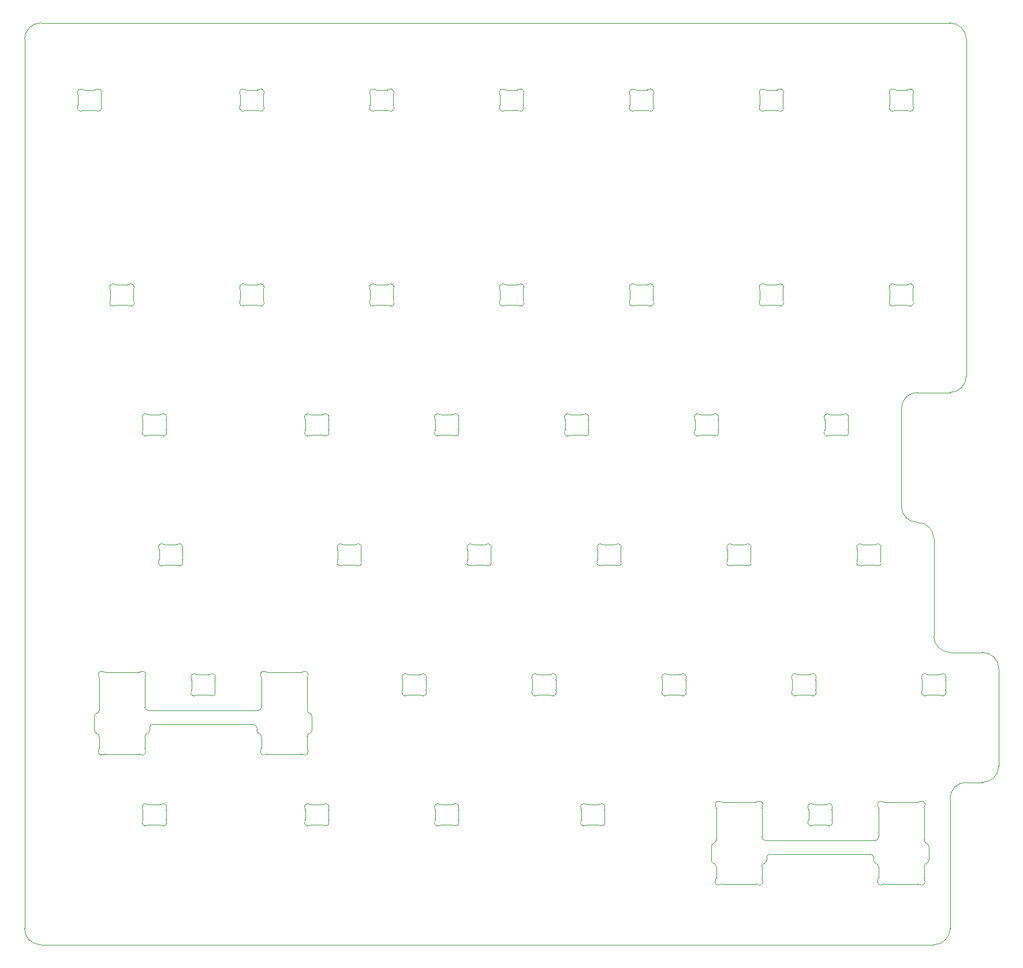
<source format=gbr>
%TF.GenerationSoftware,KiCad,Pcbnew,9.0.4*%
%TF.CreationDate,2025-09-14T10:53:09-05:00*%
%TF.ProjectId,shek-rounded,7368656b-2d72-46f7-956e-6465642e6b69,rev?*%
%TF.SameCoordinates,Original*%
%TF.FileFunction,Profile,NP*%
%FSLAX46Y46*%
G04 Gerber Fmt 4.6, Leading zero omitted, Abs format (unit mm)*
G04 Created by KiCad (PCBNEW 9.0.4) date 2025-09-14 10:53:09*
%MOMM*%
%LPD*%
G01*
G04 APERTURE LIST*
%TA.AperFunction,Profile*%
%ADD10C,0.050000*%
%TD*%
%TA.AperFunction,Profile*%
%ADD11C,0.100000*%
%TD*%
G04 APERTURE END LIST*
D10*
X414337500Y-107156250D02*
G75*
G02*
X416718750Y-104775000I2381300J-50D01*
G01*
X428625000Y-159543750D02*
X428625000Y-145256250D01*
X288131492Y-50601605D02*
X421481600Y-50601605D01*
X288131250Y-185737500D02*
G75*
G02*
X285750000Y-183356250I50J2381300D01*
G01*
X423862500Y-102393750D02*
G75*
G02*
X421481250Y-104775000I-2381300J50D01*
G01*
X285750240Y-52982857D02*
G75*
G02*
X288131492Y-50601540I2381360J-43D01*
G01*
X421481251Y-164306250D02*
X421481250Y-183356300D01*
X419084569Y-185737500D02*
X288131250Y-185737500D01*
X416718750Y-123825000D02*
G75*
G02*
X414337500Y-121443750I50J2381300D01*
G01*
X421481250Y-164306250D02*
G75*
G02*
X423862500Y-161925050I2381250J-50D01*
G01*
X426243750Y-161925000D02*
X423862500Y-161925000D01*
X426243750Y-142875000D02*
X421481250Y-142875000D01*
X421481250Y-142875000D02*
G75*
G02*
X419100000Y-140493750I50J2381300D01*
G01*
X419100001Y-140493750D02*
X419100000Y-126206250D01*
X414337500Y-121443750D02*
X414337500Y-107156250D01*
X416718750Y-123825000D02*
G75*
G02*
X419100000Y-126206250I-50J-2381300D01*
G01*
X428625000Y-159543750D02*
G75*
G02*
X426243750Y-161925000I-2381300J50D01*
G01*
X423862500Y-52982857D02*
X423862500Y-102393750D01*
X285750000Y-183356250D02*
X285750236Y-52982900D01*
X421481300Y-183356300D02*
G75*
G02*
X419084569Y-185737550I-2381300J0D01*
G01*
X421481604Y-50601605D02*
G75*
G02*
X423862795Y-52982857I-4J-2381195D01*
G01*
X426243750Y-142875000D02*
G75*
G02*
X428625000Y-145256250I-50J-2381300D01*
G01*
X421481250Y-104775000D02*
X416718750Y-104775000D01*
%TO.C,S2*%
X418381250Y-173330000D02*
G75*
G02*
X418031250Y-173806970I-500000J0D01*
G01*
X418031250Y-170853030D02*
G75*
G02*
X418381250Y-171330000I-150000J-476970D01*
G01*
X418031250Y-170853030D02*
G75*
G02*
X417681313Y-170376000I149900J476830D01*
G01*
X417754473Y-176215944D02*
G75*
G02*
X417681228Y-175959240I426677J260544D01*
G01*
X417754473Y-176215944D02*
G75*
G02*
X417067194Y-176903223I-426823J-260456D01*
G01*
X417681250Y-174283900D02*
G75*
G02*
X418031260Y-173807001I499900J0D01*
G01*
X417681250Y-165704600D02*
G75*
G02*
X417754454Y-165444044I500300J0D01*
G01*
X417067194Y-164756777D02*
G75*
G02*
X417754473Y-165444056I260456J-426823D01*
G01*
X417067194Y-164756777D02*
G75*
G02*
X416810490Y-164830022I-260544J426677D01*
G01*
X416806650Y-176830000D02*
G75*
G02*
X417067206Y-176903204I0J-500300D01*
G01*
X411855850Y-164830000D02*
G75*
G02*
X411595294Y-164756796I0J500300D01*
G01*
X411595306Y-176903223D02*
G75*
G02*
X411852010Y-176829978I260544J-426677D01*
G01*
X411595306Y-176903223D02*
G75*
G02*
X410908027Y-176215944I-260456J426823D01*
G01*
X410981250Y-175955400D02*
G75*
G02*
X410908046Y-176215956I-500300J0D01*
G01*
X410981250Y-169950000D02*
G75*
G02*
X410481250Y-170450000I-500000J0D01*
G01*
X410908027Y-165444056D02*
G75*
G02*
X411595306Y-164756777I426823J260456D01*
G01*
X410908027Y-165444056D02*
G75*
G02*
X410981273Y-165700896I-426677J-260544D01*
G01*
X410631250Y-173806970D02*
G75*
G02*
X410981212Y-174283939I-150000J-476930D01*
G01*
X410631250Y-173806970D02*
G75*
G02*
X410281250Y-173330000I150000J476970D01*
G01*
X409781250Y-172450000D02*
G75*
G02*
X410281250Y-172950000I0J-500000D01*
G01*
X394581250Y-173330000D02*
G75*
G02*
X394231250Y-173806970I-500001J0D01*
G01*
X394581250Y-172950001D02*
G75*
G02*
X395081251Y-172450000I500001J0D01*
G01*
X394381251Y-170450000D02*
G75*
G02*
X393881250Y-169949999I0J500001D01*
G01*
X393954473Y-176215944D02*
G75*
G02*
X393881250Y-175955439I426788J260505D01*
G01*
X393954473Y-176215944D02*
G75*
G02*
X393267194Y-176903223I-426776J-260503D01*
G01*
X393881250Y-174283938D02*
G75*
G02*
X394231250Y-173806970I499998J0D01*
G01*
X393881250Y-165704561D02*
G75*
G02*
X393954473Y-165444056I500011J0D01*
G01*
X393267194Y-164756777D02*
G75*
G02*
X393954473Y-165444056I260503J-426776D01*
G01*
X393267194Y-164756777D02*
G75*
G02*
X393006688Y-164830000I-260505J426788D01*
G01*
X393006689Y-176830000D02*
G75*
G02*
X393267194Y-176903223I0J-500011D01*
G01*
X388055811Y-164830000D02*
G75*
G02*
X387795306Y-164756777I0J500011D01*
G01*
X387795306Y-176903223D02*
G75*
G02*
X388055812Y-176830000I260505J-426788D01*
G01*
X387795306Y-176903223D02*
G75*
G02*
X387108027Y-176215944I-260503J426776D01*
G01*
X387181250Y-175955439D02*
G75*
G02*
X387108027Y-176215944I-500011J0D01*
G01*
X387181250Y-170376062D02*
G75*
G02*
X386831250Y-170853030I-499998J0D01*
G01*
X387108027Y-165444056D02*
G75*
G02*
X387795306Y-164756777I426776J260503D01*
G01*
X387108027Y-165444056D02*
G75*
G02*
X387181250Y-165704562I-426788J-260505D01*
G01*
X386831250Y-173806970D02*
G75*
G02*
X387181250Y-174283937I-149998J-476968D01*
G01*
X386831250Y-173806970D02*
G75*
G02*
X386481250Y-173329999I150001J476970D01*
G01*
X386481250Y-171330001D02*
G75*
G02*
X386831250Y-170853030I500001J1D01*
G01*
X418381250Y-171330000D02*
X418381250Y-173330000D01*
X417681250Y-174283900D02*
X417681250Y-175959240D01*
X417681250Y-165704600D02*
X417681250Y-170376000D01*
X416806650Y-176830000D02*
X411852010Y-176830000D01*
X411855850Y-164830000D02*
X416810490Y-164830000D01*
X410981250Y-175955400D02*
X410981250Y-174283939D01*
X410981250Y-169950000D02*
X410981250Y-165700896D01*
X410281250Y-173330000D02*
X410281250Y-172950000D01*
X409781250Y-172450000D02*
X405029326Y-172450000D01*
X405212178Y-170450000D02*
X410481250Y-170450000D01*
X399833174Y-172450000D02*
X405029326Y-172450000D01*
X399833174Y-172450000D02*
X395081251Y-172450000D01*
X399650322Y-170450000D02*
X405212178Y-170450000D01*
X394581250Y-172950001D02*
X394581250Y-173330000D01*
X394381251Y-170450000D02*
X399650322Y-170450000D01*
X393881250Y-174283938D02*
X393881250Y-175955439D01*
X393881250Y-165704561D02*
X393881250Y-169949999D01*
X393006689Y-176830000D02*
X388055812Y-176830000D01*
X388055811Y-164830000D02*
X393006688Y-164830000D01*
X387181250Y-175955439D02*
X387181250Y-174283937D01*
X387181250Y-170376062D02*
X387181250Y-165704562D01*
X386481250Y-173329999D02*
X386481250Y-171330001D01*
%TO.C,S1*%
X327893750Y-154280000D02*
G75*
G02*
X327543750Y-154756970I-500000J0D01*
G01*
X327543750Y-151803030D02*
G75*
G02*
X327893750Y-152280000I-150000J-476970D01*
G01*
X327543750Y-151803030D02*
G75*
G02*
X327193813Y-151326000I149900J476830D01*
G01*
X327266973Y-157165944D02*
G75*
G02*
X327193728Y-156909240I426677J260544D01*
G01*
X327266973Y-157165944D02*
G75*
G02*
X326579694Y-157853223I-426823J-260456D01*
G01*
X327193750Y-155233900D02*
G75*
G02*
X327543760Y-154757001I499900J0D01*
G01*
X327193750Y-146654600D02*
G75*
G02*
X327266954Y-146394044I500300J0D01*
G01*
X326579694Y-145706777D02*
G75*
G02*
X327266973Y-146394056I260456J-426823D01*
G01*
X326579694Y-145706777D02*
G75*
G02*
X326322990Y-145780022I-260544J426677D01*
G01*
X326319150Y-157780000D02*
G75*
G02*
X326579706Y-157853204I0J-500300D01*
G01*
X321368350Y-145780000D02*
G75*
G02*
X321107794Y-145706796I0J500300D01*
G01*
X321107806Y-157853223D02*
G75*
G02*
X321364510Y-157779978I260544J-426677D01*
G01*
X321107806Y-157853223D02*
G75*
G02*
X320420527Y-157165944I-260456J426823D01*
G01*
X320493750Y-156905400D02*
G75*
G02*
X320420546Y-157165956I-500300J0D01*
G01*
X320493750Y-150900000D02*
G75*
G02*
X319993750Y-151400000I-500000J0D01*
G01*
X320420527Y-146394056D02*
G75*
G02*
X321107806Y-145706777I426823J260456D01*
G01*
X320420527Y-146394056D02*
G75*
G02*
X320493773Y-146650896I-426677J-260544D01*
G01*
X320143750Y-154756970D02*
G75*
G02*
X320493712Y-155233939I-150000J-476930D01*
G01*
X320143750Y-154756970D02*
G75*
G02*
X319793750Y-154280000I150000J476970D01*
G01*
X319293750Y-153400000D02*
G75*
G02*
X319793750Y-153900000I0J-500000D01*
G01*
X304093750Y-154280000D02*
G75*
G02*
X303743750Y-154756970I-500001J0D01*
G01*
X304093750Y-153900001D02*
G75*
G02*
X304593751Y-153400000I500001J0D01*
G01*
X303893751Y-151400000D02*
G75*
G02*
X303393750Y-150899999I0J500001D01*
G01*
X303466973Y-157165944D02*
G75*
G02*
X303393750Y-156905439I426788J260505D01*
G01*
X303466973Y-157165944D02*
G75*
G02*
X302779694Y-157853223I-426776J-260503D01*
G01*
X303393750Y-155233938D02*
G75*
G02*
X303743750Y-154756970I499998J0D01*
G01*
X303393750Y-146654561D02*
G75*
G02*
X303466973Y-146394056I500011J0D01*
G01*
X302779694Y-145706777D02*
G75*
G02*
X303466973Y-146394056I260503J-426776D01*
G01*
X302779694Y-145706777D02*
G75*
G02*
X302519188Y-145780000I-260505J426788D01*
G01*
X302519189Y-157780000D02*
G75*
G02*
X302779694Y-157853223I0J-500011D01*
G01*
X297568311Y-145780000D02*
G75*
G02*
X297307806Y-145706777I0J500011D01*
G01*
X297307806Y-157853223D02*
G75*
G02*
X297568312Y-157780000I260505J-426788D01*
G01*
X297307806Y-157853223D02*
G75*
G02*
X296620527Y-157165944I-260503J426776D01*
G01*
X296693750Y-156905439D02*
G75*
G02*
X296620527Y-157165944I-500011J0D01*
G01*
X296693750Y-151326062D02*
G75*
G02*
X296343750Y-151803030I-499998J0D01*
G01*
X296620527Y-146394056D02*
G75*
G02*
X297307806Y-145706777I426776J260503D01*
G01*
X296620527Y-146394056D02*
G75*
G02*
X296693750Y-146654562I-426788J-260505D01*
G01*
X296343750Y-154756970D02*
G75*
G02*
X296693750Y-155233937I-149998J-476968D01*
G01*
X296343750Y-154756970D02*
G75*
G02*
X295993750Y-154279999I150001J476970D01*
G01*
X295993750Y-152280001D02*
G75*
G02*
X296343750Y-151803030I500001J1D01*
G01*
X327893750Y-152280000D02*
X327893750Y-154280000D01*
X327193750Y-155233900D02*
X327193750Y-156909240D01*
X327193750Y-146654600D02*
X327193750Y-151326000D01*
X326319150Y-157780000D02*
X321364510Y-157780000D01*
X321368350Y-145780000D02*
X326322990Y-145780000D01*
X320493750Y-156905400D02*
X320493750Y-155233939D01*
X320493750Y-150900000D02*
X320493750Y-146650896D01*
X319793750Y-154280000D02*
X319793750Y-153900000D01*
X319293750Y-153400000D02*
X314541826Y-153400000D01*
X314724678Y-151400000D02*
X319993750Y-151400000D01*
X309345674Y-153400000D02*
X314541826Y-153400000D01*
X309345674Y-153400000D02*
X304593751Y-153400000D01*
X309162822Y-151400000D02*
X314724678Y-151400000D01*
X304093750Y-153900001D02*
X304093750Y-154280000D01*
X303893751Y-151400000D02*
X309162822Y-151400000D01*
X303393750Y-155233938D02*
X303393750Y-156905439D01*
X303393750Y-146654561D02*
X303393750Y-150899999D01*
X302519189Y-157780000D02*
X297568312Y-157780000D01*
X297568311Y-145780000D02*
X302519188Y-145780000D01*
X296693750Y-156905439D02*
X296693750Y-155233937D01*
X296693750Y-151326062D02*
X296693750Y-146654562D01*
X295993750Y-154279999D02*
X295993750Y-152280001D01*
D11*
%TO.C,LED20*%
X411324484Y-129507219D02*
G75*
G02*
X411274981Y-129290341I450516J216919D01*
G01*
X411324484Y-129507218D02*
G75*
G02*
X410621710Y-130155801I-450514J-216882D01*
G01*
X411274999Y-127884656D02*
G75*
G02*
X411324484Y-127667779I499881J26D01*
G01*
X410621711Y-127019201D02*
G75*
G02*
X411324483Y-127667779I252259J-431699D01*
G01*
X410621711Y-127019201D02*
G75*
G02*
X410369453Y-127087500I-252261J431711D01*
G01*
X410369452Y-130087499D02*
G75*
G02*
X410621711Y-130155798I-2J-500011D01*
G01*
X408780547Y-127087499D02*
G75*
G02*
X408528289Y-127019200I3J500009D01*
G01*
X408528290Y-130155798D02*
G75*
G02*
X408780548Y-130087499I252261J-431710D01*
G01*
X408528289Y-130155796D02*
G75*
G02*
X407825516Y-129507219I-252258J431700D01*
G01*
X407875001Y-129290342D02*
G75*
G02*
X407825516Y-129507219I-499990J-1D01*
G01*
X407825516Y-127667779D02*
G75*
G02*
X408528289Y-127019200I450515J216878D01*
G01*
X407825516Y-127667779D02*
G75*
G02*
X407875001Y-127884657I-450505J-216876D01*
G01*
X411274999Y-127884657D02*
X411274999Y-129290341D01*
X410369452Y-130087499D02*
X408780548Y-130087499D01*
X408780548Y-127087500D02*
X410369453Y-127087500D01*
X407875001Y-129290341D02*
X407875001Y-127884657D01*
%TO.C,LED4*%
X339886984Y-62832221D02*
G75*
G02*
X339837499Y-62615343I450505J216876D01*
G01*
X339886984Y-62832221D02*
G75*
G02*
X339184211Y-63480800I-450515J-216878D01*
G01*
X339837499Y-61209658D02*
G75*
G02*
X339886984Y-60992781I499990J1D01*
G01*
X339184211Y-60344204D02*
G75*
G02*
X339886984Y-60992781I252258J-431700D01*
G01*
X339184210Y-60344202D02*
G75*
G02*
X338931952Y-60412501I-252261J431710D01*
G01*
X338931953Y-63412501D02*
G75*
G02*
X339184211Y-63480800I-3J-500009D01*
G01*
X337343048Y-60412501D02*
G75*
G02*
X337090789Y-60344202I2J500011D01*
G01*
X337090789Y-63480799D02*
G75*
G02*
X337343047Y-63412500I252261J-431711D01*
G01*
X337090789Y-63480799D02*
G75*
G02*
X336388017Y-62832221I-252259J431699D01*
G01*
X336437501Y-62615344D02*
G75*
G02*
X336388016Y-62832221I-499881J-26D01*
G01*
X336388016Y-60992782D02*
G75*
G02*
X337090790Y-60344199I450514J216882D01*
G01*
X336388016Y-60992781D02*
G75*
G02*
X336437519Y-61209659I-450516J-216919D01*
G01*
X339837499Y-61209659D02*
X339837499Y-62615343D01*
X338931952Y-63412500D02*
X337343047Y-63412500D01*
X337343048Y-60412501D02*
X338931952Y-60412501D01*
X336437501Y-62615343D02*
X336437501Y-61209659D01*
%TO.C,LED17*%
X349411984Y-110457221D02*
G75*
G02*
X349362499Y-110240343I450505J216876D01*
G01*
X349411984Y-110457221D02*
G75*
G02*
X348709211Y-111105800I-450515J-216878D01*
G01*
X349362499Y-108834658D02*
G75*
G02*
X349411984Y-108617781I499990J1D01*
G01*
X348709211Y-107969204D02*
G75*
G02*
X349411984Y-108617781I252258J-431700D01*
G01*
X348709210Y-107969202D02*
G75*
G02*
X348456952Y-108037501I-252261J431710D01*
G01*
X348456953Y-111037501D02*
G75*
G02*
X348709211Y-111105800I-3J-500009D01*
G01*
X346868048Y-108037501D02*
G75*
G02*
X346615789Y-107969202I2J500011D01*
G01*
X346615789Y-111105799D02*
G75*
G02*
X346868047Y-111037500I252261J-431711D01*
G01*
X346615789Y-111105799D02*
G75*
G02*
X345913017Y-110457221I-252259J431699D01*
G01*
X345962501Y-110240344D02*
G75*
G02*
X345913016Y-110457221I-499881J-26D01*
G01*
X345913016Y-108617782D02*
G75*
G02*
X346615790Y-107969199I450514J216882D01*
G01*
X345913016Y-108617781D02*
G75*
G02*
X345962519Y-108834659I-450516J-216919D01*
G01*
X349362499Y-108834659D02*
X349362499Y-110240343D01*
X348456952Y-111037500D02*
X346868047Y-111037500D01*
X346868048Y-108037501D02*
X348456952Y-108037501D01*
X345962501Y-110240343D02*
X345962501Y-108834659D01*
%TO.C,LED36*%
X306549484Y-167607219D02*
G75*
G02*
X306499981Y-167390341I450516J216919D01*
G01*
X306549484Y-167607218D02*
G75*
G02*
X305846710Y-168255801I-450514J-216882D01*
G01*
X306499999Y-165984656D02*
G75*
G02*
X306549484Y-165767779I499881J26D01*
G01*
X305846711Y-165119201D02*
G75*
G02*
X306549483Y-165767779I252259J-431699D01*
G01*
X305846711Y-165119201D02*
G75*
G02*
X305594453Y-165187500I-252261J431711D01*
G01*
X305594452Y-168187499D02*
G75*
G02*
X305846711Y-168255798I-2J-500011D01*
G01*
X304005547Y-165187499D02*
G75*
G02*
X303753289Y-165119200I3J500009D01*
G01*
X303753290Y-168255798D02*
G75*
G02*
X304005548Y-168187499I252261J-431710D01*
G01*
X303753289Y-168255796D02*
G75*
G02*
X303050516Y-167607219I-252258J431700D01*
G01*
X303100001Y-167390342D02*
G75*
G02*
X303050516Y-167607219I-499990J-1D01*
G01*
X303050516Y-165767779D02*
G75*
G02*
X303753289Y-165119200I450515J216878D01*
G01*
X303050516Y-165767779D02*
G75*
G02*
X303100001Y-165984657I-450505J-216876D01*
G01*
X306499999Y-165984657D02*
X306499999Y-167390341D01*
X305594452Y-168187499D02*
X304005548Y-168187499D01*
X304005548Y-165187500D02*
X305594453Y-165187500D01*
X303100001Y-167390341D02*
X303100001Y-165984657D01*
%TO.C,LED35*%
X330361984Y-167607219D02*
G75*
G02*
X330312481Y-167390341I450516J216919D01*
G01*
X330361984Y-167607218D02*
G75*
G02*
X329659210Y-168255801I-450514J-216882D01*
G01*
X330312499Y-165984656D02*
G75*
G02*
X330361984Y-165767779I499881J26D01*
G01*
X329659211Y-165119201D02*
G75*
G02*
X330361983Y-165767779I252259J-431699D01*
G01*
X329659211Y-165119201D02*
G75*
G02*
X329406953Y-165187500I-252261J431711D01*
G01*
X329406952Y-168187499D02*
G75*
G02*
X329659211Y-168255798I-2J-500011D01*
G01*
X327818047Y-165187499D02*
G75*
G02*
X327565789Y-165119200I3J500009D01*
G01*
X327565790Y-168255798D02*
G75*
G02*
X327818048Y-168187499I252261J-431710D01*
G01*
X327565789Y-168255796D02*
G75*
G02*
X326863016Y-167607219I-252258J431700D01*
G01*
X326912501Y-167390342D02*
G75*
G02*
X326863016Y-167607219I-499990J-1D01*
G01*
X326863016Y-165767779D02*
G75*
G02*
X327565789Y-165119200I450515J216878D01*
G01*
X326863016Y-165767779D02*
G75*
G02*
X326912501Y-165984657I-450505J-216876D01*
G01*
X330312499Y-165984657D02*
X330312499Y-167390341D01*
X329406952Y-168187499D02*
X327818048Y-168187499D01*
X327818048Y-165187500D02*
X329406953Y-165187500D01*
X326912501Y-167390341D02*
X326912501Y-165984657D01*
%TO.C,LED22*%
X373224484Y-129507219D02*
G75*
G02*
X373174981Y-129290341I450516J216919D01*
G01*
X373224484Y-129507218D02*
G75*
G02*
X372521710Y-130155801I-450514J-216882D01*
G01*
X373174999Y-127884656D02*
G75*
G02*
X373224484Y-127667779I499881J26D01*
G01*
X372521711Y-127019201D02*
G75*
G02*
X373224483Y-127667779I252259J-431699D01*
G01*
X372521711Y-127019201D02*
G75*
G02*
X372269453Y-127087500I-252261J431711D01*
G01*
X372269452Y-130087499D02*
G75*
G02*
X372521711Y-130155798I-2J-500011D01*
G01*
X370680547Y-127087499D02*
G75*
G02*
X370428289Y-127019200I3J500009D01*
G01*
X370428290Y-130155798D02*
G75*
G02*
X370680548Y-130087499I252261J-431710D01*
G01*
X370428289Y-130155796D02*
G75*
G02*
X369725516Y-129507219I-252258J431700D01*
G01*
X369775001Y-129290342D02*
G75*
G02*
X369725516Y-129507219I-499990J-1D01*
G01*
X369725516Y-127667779D02*
G75*
G02*
X370428289Y-127019200I450515J216878D01*
G01*
X369725516Y-127667779D02*
G75*
G02*
X369775001Y-127884657I-450505J-216876D01*
G01*
X373174999Y-127884657D02*
X373174999Y-129290341D01*
X372269452Y-130087499D02*
X370680548Y-130087499D01*
X370680548Y-127087500D02*
X372269453Y-127087500D01*
X369775001Y-129290341D02*
X369775001Y-127884657D01*
%TO.C,LED9*%
X377986984Y-91407219D02*
G75*
G02*
X377937481Y-91190341I450516J216919D01*
G01*
X377986984Y-91407218D02*
G75*
G02*
X377284210Y-92055801I-450514J-216882D01*
G01*
X377937499Y-89784656D02*
G75*
G02*
X377986984Y-89567779I499881J26D01*
G01*
X377284211Y-88919201D02*
G75*
G02*
X377986983Y-89567779I252259J-431699D01*
G01*
X377284211Y-88919201D02*
G75*
G02*
X377031953Y-88987500I-252261J431711D01*
G01*
X377031952Y-91987499D02*
G75*
G02*
X377284211Y-92055798I-2J-500011D01*
G01*
X375443047Y-88987499D02*
G75*
G02*
X375190789Y-88919200I3J500009D01*
G01*
X375190790Y-92055798D02*
G75*
G02*
X375443048Y-91987499I252261J-431710D01*
G01*
X375190789Y-92055796D02*
G75*
G02*
X374488016Y-91407219I-252258J431700D01*
G01*
X374537501Y-91190342D02*
G75*
G02*
X374488016Y-91407219I-499990J-1D01*
G01*
X374488016Y-89567779D02*
G75*
G02*
X375190789Y-88919200I450515J216878D01*
G01*
X374488016Y-89567779D02*
G75*
G02*
X374537501Y-89784657I-450505J-216876D01*
G01*
X377937499Y-89784657D02*
X377937499Y-91190341D01*
X377031952Y-91987499D02*
X375443048Y-91987499D01*
X375443048Y-88987500D02*
X377031953Y-88987500D01*
X374537501Y-91190341D02*
X374537501Y-89784657D01*
%TO.C,LED10*%
X358936984Y-91407219D02*
G75*
G02*
X358887481Y-91190341I450516J216919D01*
G01*
X358936984Y-91407218D02*
G75*
G02*
X358234210Y-92055801I-450514J-216882D01*
G01*
X358887499Y-89784656D02*
G75*
G02*
X358936984Y-89567779I499881J26D01*
G01*
X358234211Y-88919201D02*
G75*
G02*
X358936983Y-89567779I252259J-431699D01*
G01*
X358234211Y-88919201D02*
G75*
G02*
X357981953Y-88987500I-252261J431711D01*
G01*
X357981952Y-91987499D02*
G75*
G02*
X358234211Y-92055798I-2J-500011D01*
G01*
X356393047Y-88987499D02*
G75*
G02*
X356140789Y-88919200I3J500009D01*
G01*
X356140790Y-92055798D02*
G75*
G02*
X356393048Y-91987499I252261J-431710D01*
G01*
X356140789Y-92055796D02*
G75*
G02*
X355438016Y-91407219I-252258J431700D01*
G01*
X355487501Y-91190342D02*
G75*
G02*
X355438016Y-91407219I-499990J-1D01*
G01*
X355438016Y-89567779D02*
G75*
G02*
X356140789Y-88919200I450515J216878D01*
G01*
X355438016Y-89567779D02*
G75*
G02*
X355487501Y-89784657I-450505J-216876D01*
G01*
X358887499Y-89784657D02*
X358887499Y-91190341D01*
X357981952Y-91987499D02*
X356393048Y-91987499D01*
X356393048Y-88987500D02*
X357981953Y-88987500D01*
X355487501Y-91190341D02*
X355487501Y-89784657D01*
%TO.C,LED23*%
X354174484Y-129507219D02*
G75*
G02*
X354124981Y-129290341I450516J216919D01*
G01*
X354174484Y-129507218D02*
G75*
G02*
X353471710Y-130155801I-450514J-216882D01*
G01*
X354124999Y-127884656D02*
G75*
G02*
X354174484Y-127667779I499881J26D01*
G01*
X353471711Y-127019201D02*
G75*
G02*
X354174483Y-127667779I252259J-431699D01*
G01*
X353471711Y-127019201D02*
G75*
G02*
X353219453Y-127087500I-252261J431711D01*
G01*
X353219452Y-130087499D02*
G75*
G02*
X353471711Y-130155798I-2J-500011D01*
G01*
X351630547Y-127087499D02*
G75*
G02*
X351378289Y-127019200I3J500009D01*
G01*
X351378290Y-130155798D02*
G75*
G02*
X351630548Y-130087499I252261J-431710D01*
G01*
X351378289Y-130155796D02*
G75*
G02*
X350675516Y-129507219I-252258J431700D01*
G01*
X350725001Y-129290342D02*
G75*
G02*
X350675516Y-129507219I-499990J-1D01*
G01*
X350675516Y-127667779D02*
G75*
G02*
X351378289Y-127019200I450515J216878D01*
G01*
X350675516Y-127667779D02*
G75*
G02*
X350725001Y-127884657I-450505J-216876D01*
G01*
X354124999Y-127884657D02*
X354124999Y-129290341D01*
X353219452Y-130087499D02*
X351630548Y-130087499D01*
X351630548Y-127087500D02*
X353219453Y-127087500D01*
X350725001Y-129290341D02*
X350725001Y-127884657D01*
%TO.C,LED16*%
X368461984Y-110457221D02*
G75*
G02*
X368412499Y-110240343I450505J216876D01*
G01*
X368461984Y-110457221D02*
G75*
G02*
X367759211Y-111105800I-450515J-216878D01*
G01*
X368412499Y-108834658D02*
G75*
G02*
X368461984Y-108617781I499990J1D01*
G01*
X367759211Y-107969204D02*
G75*
G02*
X368461984Y-108617781I252258J-431700D01*
G01*
X367759210Y-107969202D02*
G75*
G02*
X367506952Y-108037501I-252261J431710D01*
G01*
X367506953Y-111037501D02*
G75*
G02*
X367759211Y-111105800I-3J-500009D01*
G01*
X365918048Y-108037501D02*
G75*
G02*
X365665789Y-107969202I2J500011D01*
G01*
X365665789Y-111105799D02*
G75*
G02*
X365918047Y-111037500I252261J-431711D01*
G01*
X365665789Y-111105799D02*
G75*
G02*
X364963017Y-110457221I-252259J431699D01*
G01*
X365012501Y-110240344D02*
G75*
G02*
X364963016Y-110457221I-499881J-26D01*
G01*
X364963016Y-108617782D02*
G75*
G02*
X365665790Y-107969199I450514J216882D01*
G01*
X364963016Y-108617781D02*
G75*
G02*
X365012519Y-108834659I-450516J-216919D01*
G01*
X368412499Y-108834659D02*
X368412499Y-110240343D01*
X367506952Y-111037500D02*
X365918047Y-111037500D01*
X365918048Y-108037501D02*
X367506952Y-108037501D01*
X365012501Y-110240343D02*
X365012501Y-108834659D01*
%TO.C,LED31*%
X313693234Y-148557221D02*
G75*
G02*
X313643749Y-148340343I450505J216876D01*
G01*
X313693234Y-148557221D02*
G75*
G02*
X312990461Y-149205800I-450515J-216878D01*
G01*
X313643749Y-146934658D02*
G75*
G02*
X313693234Y-146717781I499990J1D01*
G01*
X312990461Y-146069204D02*
G75*
G02*
X313693234Y-146717781I252258J-431700D01*
G01*
X312990460Y-146069202D02*
G75*
G02*
X312738202Y-146137501I-252261J431710D01*
G01*
X312738203Y-149137501D02*
G75*
G02*
X312990461Y-149205800I-3J-500009D01*
G01*
X311149298Y-146137501D02*
G75*
G02*
X310897039Y-146069202I2J500011D01*
G01*
X310897039Y-149205799D02*
G75*
G02*
X311149297Y-149137500I252261J-431711D01*
G01*
X310897039Y-149205799D02*
G75*
G02*
X310194267Y-148557221I-252259J431699D01*
G01*
X310243751Y-148340344D02*
G75*
G02*
X310194266Y-148557221I-499881J-26D01*
G01*
X310194266Y-146717782D02*
G75*
G02*
X310897040Y-146069199I450514J216882D01*
G01*
X310194266Y-146717781D02*
G75*
G02*
X310243769Y-146934659I-450516J-216919D01*
G01*
X313643749Y-146934659D02*
X313643749Y-148340343D01*
X312738202Y-149137500D02*
X311149297Y-149137500D01*
X311149298Y-146137501D02*
X312738202Y-146137501D01*
X310243751Y-148340343D02*
X310243751Y-146934659D01*
%TO.C,LED5*%
X320836984Y-62832221D02*
G75*
G02*
X320787499Y-62615343I450505J216876D01*
G01*
X320836984Y-62832221D02*
G75*
G02*
X320134211Y-63480800I-450515J-216878D01*
G01*
X320787499Y-61209658D02*
G75*
G02*
X320836984Y-60992781I499990J1D01*
G01*
X320134211Y-60344204D02*
G75*
G02*
X320836984Y-60992781I252258J-431700D01*
G01*
X320134210Y-60344202D02*
G75*
G02*
X319881952Y-60412501I-252261J431710D01*
G01*
X319881953Y-63412501D02*
G75*
G02*
X320134211Y-63480800I-3J-500009D01*
G01*
X318293048Y-60412501D02*
G75*
G02*
X318040789Y-60344202I2J500011D01*
G01*
X318040789Y-63480799D02*
G75*
G02*
X318293047Y-63412500I252261J-431711D01*
G01*
X318040789Y-63480799D02*
G75*
G02*
X317338017Y-62832221I-252259J431699D01*
G01*
X317387501Y-62615344D02*
G75*
G02*
X317338016Y-62832221I-499881J-26D01*
G01*
X317338016Y-60992782D02*
G75*
G02*
X318040790Y-60344199I450514J216882D01*
G01*
X317338016Y-60992781D02*
G75*
G02*
X317387519Y-61209659I-450516J-216919D01*
G01*
X320787499Y-61209659D02*
X320787499Y-62615343D01*
X319881952Y-63412500D02*
X318293047Y-63412500D01*
X318293048Y-60412501D02*
X319881952Y-60412501D01*
X317387501Y-62615343D02*
X317387501Y-61209659D01*
%TO.C,LED1*%
X397036984Y-62832221D02*
G75*
G02*
X396987499Y-62615343I450505J216876D01*
G01*
X397036984Y-62832221D02*
G75*
G02*
X396334211Y-63480800I-450515J-216878D01*
G01*
X396987499Y-61209658D02*
G75*
G02*
X397036984Y-60992781I499990J1D01*
G01*
X396334211Y-60344204D02*
G75*
G02*
X397036984Y-60992781I252258J-431700D01*
G01*
X396334210Y-60344202D02*
G75*
G02*
X396081952Y-60412501I-252261J431710D01*
G01*
X396081953Y-63412501D02*
G75*
G02*
X396334211Y-63480800I-3J-500009D01*
G01*
X394493048Y-60412501D02*
G75*
G02*
X394240789Y-60344202I2J500011D01*
G01*
X394240789Y-63480799D02*
G75*
G02*
X394493047Y-63412500I252261J-431711D01*
G01*
X394240789Y-63480799D02*
G75*
G02*
X393538017Y-62832221I-252259J431699D01*
G01*
X393587501Y-62615344D02*
G75*
G02*
X393538016Y-62832221I-499881J-26D01*
G01*
X393538016Y-60992782D02*
G75*
G02*
X394240790Y-60344199I450514J216882D01*
G01*
X393538016Y-60992781D02*
G75*
G02*
X393587519Y-61209659I-450516J-216919D01*
G01*
X396987499Y-61209659D02*
X396987499Y-62615343D01*
X396081952Y-63412500D02*
X394493047Y-63412500D01*
X394493048Y-60412501D02*
X396081952Y-60412501D01*
X393587501Y-62615343D02*
X393587501Y-61209659D01*
%TO.C,LED13*%
X301786984Y-91407219D02*
G75*
G02*
X301737481Y-91190341I450516J216919D01*
G01*
X301786984Y-91407218D02*
G75*
G02*
X301084210Y-92055801I-450514J-216882D01*
G01*
X301737499Y-89784656D02*
G75*
G02*
X301786984Y-89567779I499881J26D01*
G01*
X301084211Y-88919201D02*
G75*
G02*
X301786983Y-89567779I252259J-431699D01*
G01*
X301084211Y-88919201D02*
G75*
G02*
X300831953Y-88987500I-252261J431711D01*
G01*
X300831952Y-91987499D02*
G75*
G02*
X301084211Y-92055798I-2J-500011D01*
G01*
X299243047Y-88987499D02*
G75*
G02*
X298990789Y-88919200I3J500009D01*
G01*
X298990790Y-92055798D02*
G75*
G02*
X299243048Y-91987499I252261J-431710D01*
G01*
X298990789Y-92055796D02*
G75*
G02*
X298288016Y-91407219I-252258J431700D01*
G01*
X298337501Y-91190342D02*
G75*
G02*
X298288016Y-91407219I-499990J-1D01*
G01*
X298288016Y-89567779D02*
G75*
G02*
X298990789Y-88919200I450515J216878D01*
G01*
X298288016Y-89567779D02*
G75*
G02*
X298337501Y-89784657I-450505J-216876D01*
G01*
X301737499Y-89784657D02*
X301737499Y-91190341D01*
X300831952Y-91987499D02*
X299243048Y-91987499D01*
X299243048Y-88987500D02*
X300831953Y-88987500D01*
X298337501Y-91190341D02*
X298337501Y-89784657D01*
%TO.C,LED27*%
X401799484Y-148557221D02*
G75*
G02*
X401749999Y-148340343I450505J216876D01*
G01*
X401799484Y-148557221D02*
G75*
G02*
X401096711Y-149205800I-450515J-216878D01*
G01*
X401749999Y-146934658D02*
G75*
G02*
X401799484Y-146717781I499990J1D01*
G01*
X401096711Y-146069204D02*
G75*
G02*
X401799484Y-146717781I252258J-431700D01*
G01*
X401096710Y-146069202D02*
G75*
G02*
X400844452Y-146137501I-252261J431710D01*
G01*
X400844453Y-149137501D02*
G75*
G02*
X401096711Y-149205800I-3J-500009D01*
G01*
X399255548Y-146137501D02*
G75*
G02*
X399003289Y-146069202I2J500011D01*
G01*
X399003289Y-149205799D02*
G75*
G02*
X399255547Y-149137500I252261J-431711D01*
G01*
X399003289Y-149205799D02*
G75*
G02*
X398300517Y-148557221I-252259J431699D01*
G01*
X398350001Y-148340344D02*
G75*
G02*
X398300516Y-148557221I-499881J-26D01*
G01*
X398300516Y-146717782D02*
G75*
G02*
X399003290Y-146069199I450514J216882D01*
G01*
X398300516Y-146717781D02*
G75*
G02*
X398350019Y-146934659I-450516J-216919D01*
G01*
X401749999Y-146934659D02*
X401749999Y-148340343D01*
X400844452Y-149137500D02*
X399255547Y-149137500D01*
X399255548Y-146137501D02*
X400844452Y-146137501D01*
X398350001Y-148340343D02*
X398350001Y-146934659D01*
%TO.C,LED7*%
X416086984Y-91407219D02*
G75*
G02*
X416037481Y-91190341I450516J216919D01*
G01*
X416086984Y-91407218D02*
G75*
G02*
X415384210Y-92055801I-450514J-216882D01*
G01*
X416037499Y-89784656D02*
G75*
G02*
X416086984Y-89567779I499881J26D01*
G01*
X415384211Y-88919201D02*
G75*
G02*
X416086983Y-89567779I252259J-431699D01*
G01*
X415384211Y-88919201D02*
G75*
G02*
X415131953Y-88987500I-252261J431711D01*
G01*
X415131952Y-91987499D02*
G75*
G02*
X415384211Y-92055798I-2J-500011D01*
G01*
X413543047Y-88987499D02*
G75*
G02*
X413290789Y-88919200I3J500009D01*
G01*
X413290790Y-92055798D02*
G75*
G02*
X413543048Y-91987499I252261J-431710D01*
G01*
X413290789Y-92055796D02*
G75*
G02*
X412588016Y-91407219I-252258J431700D01*
G01*
X412637501Y-91190342D02*
G75*
G02*
X412588016Y-91407219I-499990J-1D01*
G01*
X412588016Y-89567779D02*
G75*
G02*
X413290789Y-88919200I450515J216878D01*
G01*
X412588016Y-89567779D02*
G75*
G02*
X412637501Y-89784657I-450505J-216876D01*
G01*
X416037499Y-89784657D02*
X416037499Y-91190341D01*
X415131952Y-91987499D02*
X413543048Y-91987499D01*
X413543048Y-88987500D02*
X415131953Y-88987500D01*
X412637501Y-91190341D02*
X412637501Y-89784657D01*
%TO.C,LED25*%
X308930734Y-129507219D02*
G75*
G02*
X308881231Y-129290341I450516J216919D01*
G01*
X308930734Y-129507218D02*
G75*
G02*
X308227960Y-130155801I-450514J-216882D01*
G01*
X308881249Y-127884656D02*
G75*
G02*
X308930734Y-127667779I499881J26D01*
G01*
X308227961Y-127019201D02*
G75*
G02*
X308930733Y-127667779I252259J-431699D01*
G01*
X308227961Y-127019201D02*
G75*
G02*
X307975703Y-127087500I-252261J431711D01*
G01*
X307975702Y-130087499D02*
G75*
G02*
X308227961Y-130155798I-2J-500011D01*
G01*
X306386797Y-127087499D02*
G75*
G02*
X306134539Y-127019200I3J500009D01*
G01*
X306134540Y-130155798D02*
G75*
G02*
X306386798Y-130087499I252261J-431710D01*
G01*
X306134539Y-130155796D02*
G75*
G02*
X305431766Y-129507219I-252258J431700D01*
G01*
X305481251Y-129290342D02*
G75*
G02*
X305431766Y-129507219I-499990J-1D01*
G01*
X305431766Y-127667779D02*
G75*
G02*
X306134539Y-127019200I450515J216878D01*
G01*
X305431766Y-127667779D02*
G75*
G02*
X305481251Y-127884657I-450505J-216876D01*
G01*
X308881249Y-127884657D02*
X308881249Y-129290341D01*
X307975702Y-130087499D02*
X306386798Y-130087499D01*
X306386798Y-127087500D02*
X307975703Y-127087500D01*
X305481251Y-129290341D02*
X305481251Y-127884657D01*
%TO.C,LED34*%
X349411984Y-167607219D02*
G75*
G02*
X349362481Y-167390341I450516J216919D01*
G01*
X349411984Y-167607218D02*
G75*
G02*
X348709210Y-168255801I-450514J-216882D01*
G01*
X349362499Y-165984656D02*
G75*
G02*
X349411984Y-165767779I499881J26D01*
G01*
X348709211Y-165119201D02*
G75*
G02*
X349411983Y-165767779I252259J-431699D01*
G01*
X348709211Y-165119201D02*
G75*
G02*
X348456953Y-165187500I-252261J431711D01*
G01*
X348456952Y-168187499D02*
G75*
G02*
X348709211Y-168255798I-2J-500011D01*
G01*
X346868047Y-165187499D02*
G75*
G02*
X346615789Y-165119200I3J500009D01*
G01*
X346615790Y-168255798D02*
G75*
G02*
X346868048Y-168187499I252261J-431710D01*
G01*
X346615789Y-168255796D02*
G75*
G02*
X345913016Y-167607219I-252258J431700D01*
G01*
X345962501Y-167390342D02*
G75*
G02*
X345913016Y-167607219I-499990J-1D01*
G01*
X345913016Y-165767779D02*
G75*
G02*
X346615789Y-165119200I450515J216878D01*
G01*
X345913016Y-165767779D02*
G75*
G02*
X345962501Y-165984657I-450505J-216876D01*
G01*
X349362499Y-165984657D02*
X349362499Y-167390341D01*
X348456952Y-168187499D02*
X346868048Y-168187499D01*
X346868048Y-165187500D02*
X348456953Y-165187500D01*
X345962501Y-167390341D02*
X345962501Y-165984657D01*
%TO.C,LED11*%
X339886984Y-91407219D02*
G75*
G02*
X339837481Y-91190341I450516J216919D01*
G01*
X339886984Y-91407218D02*
G75*
G02*
X339184210Y-92055801I-450514J-216882D01*
G01*
X339837499Y-89784656D02*
G75*
G02*
X339886984Y-89567779I499881J26D01*
G01*
X339184211Y-88919201D02*
G75*
G02*
X339886983Y-89567779I252259J-431699D01*
G01*
X339184211Y-88919201D02*
G75*
G02*
X338931953Y-88987500I-252261J431711D01*
G01*
X338931952Y-91987499D02*
G75*
G02*
X339184211Y-92055798I-2J-500011D01*
G01*
X337343047Y-88987499D02*
G75*
G02*
X337090789Y-88919200I3J500009D01*
G01*
X337090790Y-92055798D02*
G75*
G02*
X337343048Y-91987499I252261J-431710D01*
G01*
X337090789Y-92055796D02*
G75*
G02*
X336388016Y-91407219I-252258J431700D01*
G01*
X336437501Y-91190342D02*
G75*
G02*
X336388016Y-91407219I-499990J-1D01*
G01*
X336388016Y-89567779D02*
G75*
G02*
X337090789Y-88919200I450515J216878D01*
G01*
X336388016Y-89567779D02*
G75*
G02*
X336437501Y-89784657I-450505J-216876D01*
G01*
X339837499Y-89784657D02*
X339837499Y-91190341D01*
X338931952Y-91987499D02*
X337343048Y-91987499D01*
X337343048Y-88987500D02*
X338931953Y-88987500D01*
X336437501Y-91190341D02*
X336437501Y-89784657D01*
%TO.C,LED29*%
X363699484Y-148557221D02*
G75*
G02*
X363649999Y-148340343I450505J216876D01*
G01*
X363699484Y-148557221D02*
G75*
G02*
X362996711Y-149205800I-450515J-216878D01*
G01*
X363649999Y-146934658D02*
G75*
G02*
X363699484Y-146717781I499990J1D01*
G01*
X362996711Y-146069204D02*
G75*
G02*
X363699484Y-146717781I252258J-431700D01*
G01*
X362996710Y-146069202D02*
G75*
G02*
X362744452Y-146137501I-252261J431710D01*
G01*
X362744453Y-149137501D02*
G75*
G02*
X362996711Y-149205800I-3J-500009D01*
G01*
X361155548Y-146137501D02*
G75*
G02*
X360903289Y-146069202I2J500011D01*
G01*
X360903289Y-149205799D02*
G75*
G02*
X361155547Y-149137500I252261J-431711D01*
G01*
X360903289Y-149205799D02*
G75*
G02*
X360200517Y-148557221I-252259J431699D01*
G01*
X360250001Y-148340344D02*
G75*
G02*
X360200516Y-148557221I-499881J-26D01*
G01*
X360200516Y-146717782D02*
G75*
G02*
X360903290Y-146069199I450514J216882D01*
G01*
X360200516Y-146717781D02*
G75*
G02*
X360250019Y-146934659I-450516J-216919D01*
G01*
X363649999Y-146934659D02*
X363649999Y-148340343D01*
X362744452Y-149137500D02*
X361155547Y-149137500D01*
X361155548Y-146137501D02*
X362744452Y-146137501D01*
X360250001Y-148340343D02*
X360250001Y-146934659D01*
%TO.C,LED15*%
X387511984Y-110457221D02*
G75*
G02*
X387462499Y-110240343I450505J216876D01*
G01*
X387511984Y-110457221D02*
G75*
G02*
X386809211Y-111105800I-450515J-216878D01*
G01*
X387462499Y-108834658D02*
G75*
G02*
X387511984Y-108617781I499990J1D01*
G01*
X386809211Y-107969204D02*
G75*
G02*
X387511984Y-108617781I252258J-431700D01*
G01*
X386809210Y-107969202D02*
G75*
G02*
X386556952Y-108037501I-252261J431710D01*
G01*
X386556953Y-111037501D02*
G75*
G02*
X386809211Y-111105800I-3J-500009D01*
G01*
X384968048Y-108037501D02*
G75*
G02*
X384715789Y-107969202I2J500011D01*
G01*
X384715789Y-111105799D02*
G75*
G02*
X384968047Y-111037500I252261J-431711D01*
G01*
X384715789Y-111105799D02*
G75*
G02*
X384013017Y-110457221I-252259J431699D01*
G01*
X384062501Y-110240344D02*
G75*
G02*
X384013016Y-110457221I-499881J-26D01*
G01*
X384013016Y-108617782D02*
G75*
G02*
X384715790Y-107969199I450514J216882D01*
G01*
X384013016Y-108617781D02*
G75*
G02*
X384062519Y-108834659I-450516J-216919D01*
G01*
X387462499Y-108834659D02*
X387462499Y-110240343D01*
X386556952Y-111037500D02*
X384968047Y-111037500D01*
X384968048Y-108037501D02*
X386556952Y-108037501D01*
X384062501Y-110240343D02*
X384062501Y-108834659D01*
%TO.C,LED33*%
X370843234Y-167607219D02*
G75*
G02*
X370793731Y-167390341I450516J216919D01*
G01*
X370843234Y-167607218D02*
G75*
G02*
X370140460Y-168255801I-450514J-216882D01*
G01*
X370793749Y-165984656D02*
G75*
G02*
X370843234Y-165767779I499881J26D01*
G01*
X370140461Y-165119201D02*
G75*
G02*
X370843233Y-165767779I252259J-431699D01*
G01*
X370140461Y-165119201D02*
G75*
G02*
X369888203Y-165187500I-252261J431711D01*
G01*
X369888202Y-168187499D02*
G75*
G02*
X370140461Y-168255798I-2J-500011D01*
G01*
X368299297Y-165187499D02*
G75*
G02*
X368047039Y-165119200I3J500009D01*
G01*
X368047040Y-168255798D02*
G75*
G02*
X368299298Y-168187499I252261J-431710D01*
G01*
X368047039Y-168255796D02*
G75*
G02*
X367344266Y-167607219I-252258J431700D01*
G01*
X367393751Y-167390342D02*
G75*
G02*
X367344266Y-167607219I-499990J-1D01*
G01*
X367344266Y-165767779D02*
G75*
G02*
X368047039Y-165119200I450515J216878D01*
G01*
X367344266Y-165767779D02*
G75*
G02*
X367393751Y-165984657I-450505J-216876D01*
G01*
X370793749Y-165984657D02*
X370793749Y-167390341D01*
X369888202Y-168187499D02*
X368299298Y-168187499D01*
X368299298Y-165187500D02*
X369888203Y-165187500D01*
X367393751Y-167390341D02*
X367393751Y-165984657D01*
%TO.C,LED2*%
X377986984Y-62832221D02*
G75*
G02*
X377937499Y-62615343I450505J216876D01*
G01*
X377986984Y-62832221D02*
G75*
G02*
X377284211Y-63480800I-450515J-216878D01*
G01*
X377937499Y-61209658D02*
G75*
G02*
X377986984Y-60992781I499990J1D01*
G01*
X377284211Y-60344204D02*
G75*
G02*
X377986984Y-60992781I252258J-431700D01*
G01*
X377284210Y-60344202D02*
G75*
G02*
X377031952Y-60412501I-252261J431710D01*
G01*
X377031953Y-63412501D02*
G75*
G02*
X377284211Y-63480800I-3J-500009D01*
G01*
X375443048Y-60412501D02*
G75*
G02*
X375190789Y-60344202I2J500011D01*
G01*
X375190789Y-63480799D02*
G75*
G02*
X375443047Y-63412500I252261J-431711D01*
G01*
X375190789Y-63480799D02*
G75*
G02*
X374488017Y-62832221I-252259J431699D01*
G01*
X374537501Y-62615344D02*
G75*
G02*
X374488016Y-62832221I-499881J-26D01*
G01*
X374488016Y-60992782D02*
G75*
G02*
X375190790Y-60344199I450514J216882D01*
G01*
X374488016Y-60992781D02*
G75*
G02*
X374537519Y-61209659I-450516J-216919D01*
G01*
X377937499Y-61209659D02*
X377937499Y-62615343D01*
X377031952Y-63412500D02*
X375443047Y-63412500D01*
X375443048Y-60412501D02*
X377031952Y-60412501D01*
X374537501Y-62615343D02*
X374537501Y-61209659D01*
%TO.C,LED8*%
X397036984Y-91407219D02*
G75*
G02*
X396987481Y-91190341I450516J216919D01*
G01*
X397036984Y-91407218D02*
G75*
G02*
X396334210Y-92055801I-450514J-216882D01*
G01*
X396987499Y-89784656D02*
G75*
G02*
X397036984Y-89567779I499881J26D01*
G01*
X396334211Y-88919201D02*
G75*
G02*
X397036983Y-89567779I252259J-431699D01*
G01*
X396334211Y-88919201D02*
G75*
G02*
X396081953Y-88987500I-252261J431711D01*
G01*
X396081952Y-91987499D02*
G75*
G02*
X396334211Y-92055798I-2J-500011D01*
G01*
X394493047Y-88987499D02*
G75*
G02*
X394240789Y-88919200I3J500009D01*
G01*
X394240790Y-92055798D02*
G75*
G02*
X394493048Y-91987499I252261J-431710D01*
G01*
X394240789Y-92055796D02*
G75*
G02*
X393538016Y-91407219I-252258J431700D01*
G01*
X393587501Y-91190342D02*
G75*
G02*
X393538016Y-91407219I-499990J-1D01*
G01*
X393538016Y-89567779D02*
G75*
G02*
X394240789Y-88919200I450515J216878D01*
G01*
X393538016Y-89567779D02*
G75*
G02*
X393587501Y-89784657I-450505J-216876D01*
G01*
X396987499Y-89784657D02*
X396987499Y-91190341D01*
X396081952Y-91987499D02*
X394493048Y-91987499D01*
X394493048Y-88987500D02*
X396081953Y-88987500D01*
X393587501Y-91190341D02*
X393587501Y-89784657D01*
%TO.C,LED21*%
X392274484Y-129507219D02*
G75*
G02*
X392224981Y-129290341I450516J216919D01*
G01*
X392274484Y-129507218D02*
G75*
G02*
X391571710Y-130155801I-450514J-216882D01*
G01*
X392224999Y-127884656D02*
G75*
G02*
X392274484Y-127667779I499881J26D01*
G01*
X391571711Y-127019201D02*
G75*
G02*
X392274483Y-127667779I252259J-431699D01*
G01*
X391571711Y-127019201D02*
G75*
G02*
X391319453Y-127087500I-252261J431711D01*
G01*
X391319452Y-130087499D02*
G75*
G02*
X391571711Y-130155798I-2J-500011D01*
G01*
X389730547Y-127087499D02*
G75*
G02*
X389478289Y-127019200I3J500009D01*
G01*
X389478290Y-130155798D02*
G75*
G02*
X389730548Y-130087499I252261J-431710D01*
G01*
X389478289Y-130155796D02*
G75*
G02*
X388775516Y-129507219I-252258J431700D01*
G01*
X388825001Y-129290342D02*
G75*
G02*
X388775516Y-129507219I-499990J-1D01*
G01*
X388775516Y-127667779D02*
G75*
G02*
X389478289Y-127019200I450515J216878D01*
G01*
X388775516Y-127667779D02*
G75*
G02*
X388825001Y-127884657I-450505J-216876D01*
G01*
X392224999Y-127884657D02*
X392224999Y-129290341D01*
X391319452Y-130087499D02*
X389730548Y-130087499D01*
X389730548Y-127087500D02*
X391319453Y-127087500D01*
X388825001Y-129290341D02*
X388825001Y-127884657D01*
%TO.C,LED26*%
X420849484Y-148557221D02*
G75*
G02*
X420799999Y-148340343I450505J216876D01*
G01*
X420849484Y-148557221D02*
G75*
G02*
X420146711Y-149205800I-450515J-216878D01*
G01*
X420799999Y-146934658D02*
G75*
G02*
X420849484Y-146717781I499990J1D01*
G01*
X420146711Y-146069204D02*
G75*
G02*
X420849484Y-146717781I252258J-431700D01*
G01*
X420146710Y-146069202D02*
G75*
G02*
X419894452Y-146137501I-252261J431710D01*
G01*
X419894453Y-149137501D02*
G75*
G02*
X420146711Y-149205800I-3J-500009D01*
G01*
X418305548Y-146137501D02*
G75*
G02*
X418053289Y-146069202I2J500011D01*
G01*
X418053289Y-149205799D02*
G75*
G02*
X418305547Y-149137500I252261J-431711D01*
G01*
X418053289Y-149205799D02*
G75*
G02*
X417350517Y-148557221I-252259J431699D01*
G01*
X417400001Y-148340344D02*
G75*
G02*
X417350516Y-148557221I-499881J-26D01*
G01*
X417350516Y-146717782D02*
G75*
G02*
X418053290Y-146069199I450514J216882D01*
G01*
X417350516Y-146717781D02*
G75*
G02*
X417400019Y-146934659I-450516J-216919D01*
G01*
X420799999Y-146934659D02*
X420799999Y-148340343D01*
X419894452Y-149137500D02*
X418305547Y-149137500D01*
X418305548Y-146137501D02*
X419894452Y-146137501D01*
X417400001Y-148340343D02*
X417400001Y-146934659D01*
%TO.C,LED19*%
X306549484Y-110457221D02*
G75*
G02*
X306499999Y-110240343I450505J216876D01*
G01*
X306549484Y-110457221D02*
G75*
G02*
X305846711Y-111105800I-450515J-216878D01*
G01*
X306499999Y-108834658D02*
G75*
G02*
X306549484Y-108617781I499990J1D01*
G01*
X305846711Y-107969204D02*
G75*
G02*
X306549484Y-108617781I252258J-431700D01*
G01*
X305846710Y-107969202D02*
G75*
G02*
X305594452Y-108037501I-252261J431710D01*
G01*
X305594453Y-111037501D02*
G75*
G02*
X305846711Y-111105800I-3J-500009D01*
G01*
X304005548Y-108037501D02*
G75*
G02*
X303753289Y-107969202I2J500011D01*
G01*
X303753289Y-111105799D02*
G75*
G02*
X304005547Y-111037500I252261J-431711D01*
G01*
X303753289Y-111105799D02*
G75*
G02*
X303050517Y-110457221I-252259J431699D01*
G01*
X303100001Y-110240344D02*
G75*
G02*
X303050516Y-110457221I-499881J-26D01*
G01*
X303050516Y-108617782D02*
G75*
G02*
X303753290Y-107969199I450514J216882D01*
G01*
X303050516Y-108617781D02*
G75*
G02*
X303100019Y-108834659I-450516J-216919D01*
G01*
X306499999Y-108834659D02*
X306499999Y-110240343D01*
X305594452Y-111037500D02*
X304005547Y-111037500D01*
X304005548Y-108037501D02*
X305594452Y-108037501D01*
X303100001Y-110240343D02*
X303100001Y-108834659D01*
%TO.C,LED24*%
X335124484Y-129507219D02*
G75*
G02*
X335074981Y-129290341I450516J216919D01*
G01*
X335124484Y-129507218D02*
G75*
G02*
X334421710Y-130155801I-450514J-216882D01*
G01*
X335074999Y-127884656D02*
G75*
G02*
X335124484Y-127667779I499881J26D01*
G01*
X334421711Y-127019201D02*
G75*
G02*
X335124483Y-127667779I252259J-431699D01*
G01*
X334421711Y-127019201D02*
G75*
G02*
X334169453Y-127087500I-252261J431711D01*
G01*
X334169452Y-130087499D02*
G75*
G02*
X334421711Y-130155798I-2J-500011D01*
G01*
X332580547Y-127087499D02*
G75*
G02*
X332328289Y-127019200I3J500009D01*
G01*
X332328290Y-130155798D02*
G75*
G02*
X332580548Y-130087499I252261J-431710D01*
G01*
X332328289Y-130155796D02*
G75*
G02*
X331625516Y-129507219I-252258J431700D01*
G01*
X331675001Y-129290342D02*
G75*
G02*
X331625516Y-129507219I-499990J-1D01*
G01*
X331625516Y-127667779D02*
G75*
G02*
X332328289Y-127019200I450515J216878D01*
G01*
X331625516Y-127667779D02*
G75*
G02*
X331675001Y-127884657I-450505J-216876D01*
G01*
X335074999Y-127884657D02*
X335074999Y-129290341D01*
X334169452Y-130087499D02*
X332580548Y-130087499D01*
X332580548Y-127087500D02*
X334169453Y-127087500D01*
X331675001Y-129290341D02*
X331675001Y-127884657D01*
%TO.C,LED6*%
X297024484Y-62832221D02*
G75*
G02*
X296974999Y-62615343I450505J216876D01*
G01*
X297024484Y-62832221D02*
G75*
G02*
X296321711Y-63480800I-450515J-216878D01*
G01*
X296974999Y-61209658D02*
G75*
G02*
X297024484Y-60992781I499990J1D01*
G01*
X296321711Y-60344204D02*
G75*
G02*
X297024484Y-60992781I252258J-431700D01*
G01*
X296321710Y-60344202D02*
G75*
G02*
X296069452Y-60412501I-252261J431710D01*
G01*
X296069453Y-63412501D02*
G75*
G02*
X296321711Y-63480800I-3J-500009D01*
G01*
X294480548Y-60412501D02*
G75*
G02*
X294228289Y-60344202I2J500011D01*
G01*
X294228289Y-63480799D02*
G75*
G02*
X294480547Y-63412500I252261J-431711D01*
G01*
X294228289Y-63480799D02*
G75*
G02*
X293525517Y-62832221I-252259J431699D01*
G01*
X293575001Y-62615344D02*
G75*
G02*
X293525516Y-62832221I-499881J-26D01*
G01*
X293525516Y-60992782D02*
G75*
G02*
X294228290Y-60344199I450514J216882D01*
G01*
X293525516Y-60992781D02*
G75*
G02*
X293575019Y-61209659I-450516J-216919D01*
G01*
X296974999Y-61209659D02*
X296974999Y-62615343D01*
X296069452Y-63412500D02*
X294480547Y-63412500D01*
X294480548Y-60412501D02*
X296069452Y-60412501D01*
X293575001Y-62615343D02*
X293575001Y-61209659D01*
%TO.C,LED14*%
X406561984Y-110457221D02*
G75*
G02*
X406512499Y-110240343I450505J216876D01*
G01*
X406561984Y-110457221D02*
G75*
G02*
X405859211Y-111105800I-450515J-216878D01*
G01*
X406512499Y-108834658D02*
G75*
G02*
X406561984Y-108617781I499990J1D01*
G01*
X405859211Y-107969204D02*
G75*
G02*
X406561984Y-108617781I252258J-431700D01*
G01*
X405859210Y-107969202D02*
G75*
G02*
X405606952Y-108037501I-252261J431710D01*
G01*
X405606953Y-111037501D02*
G75*
G02*
X405859211Y-111105800I-3J-500009D01*
G01*
X404018048Y-108037501D02*
G75*
G02*
X403765789Y-107969202I2J500011D01*
G01*
X403765789Y-111105799D02*
G75*
G02*
X404018047Y-111037500I252261J-431711D01*
G01*
X403765789Y-111105799D02*
G75*
G02*
X403063017Y-110457221I-252259J431699D01*
G01*
X403112501Y-110240344D02*
G75*
G02*
X403063016Y-110457221I-499881J-26D01*
G01*
X403063016Y-108617782D02*
G75*
G02*
X403765790Y-107969199I450514J216882D01*
G01*
X403063016Y-108617781D02*
G75*
G02*
X403112519Y-108834659I-450516J-216919D01*
G01*
X406512499Y-108834659D02*
X406512499Y-110240343D01*
X405606952Y-111037500D02*
X404018047Y-111037500D01*
X404018048Y-108037501D02*
X405606952Y-108037501D01*
X403112501Y-110240343D02*
X403112501Y-108834659D01*
%TO.C,LED3*%
X358936984Y-62832221D02*
G75*
G02*
X358887499Y-62615343I450505J216876D01*
G01*
X358936984Y-62832221D02*
G75*
G02*
X358234211Y-63480800I-450515J-216878D01*
G01*
X358887499Y-61209658D02*
G75*
G02*
X358936984Y-60992781I499990J1D01*
G01*
X358234211Y-60344204D02*
G75*
G02*
X358936984Y-60992781I252258J-431700D01*
G01*
X358234210Y-60344202D02*
G75*
G02*
X357981952Y-60412501I-252261J431710D01*
G01*
X357981953Y-63412501D02*
G75*
G02*
X358234211Y-63480800I-3J-500009D01*
G01*
X356393048Y-60412501D02*
G75*
G02*
X356140789Y-60344202I2J500011D01*
G01*
X356140789Y-63480799D02*
G75*
G02*
X356393047Y-63412500I252261J-431711D01*
G01*
X356140789Y-63480799D02*
G75*
G02*
X355438017Y-62832221I-252259J431699D01*
G01*
X355487501Y-62615344D02*
G75*
G02*
X355438016Y-62832221I-499881J-26D01*
G01*
X355438016Y-60992782D02*
G75*
G02*
X356140790Y-60344199I450514J216882D01*
G01*
X355438016Y-60992781D02*
G75*
G02*
X355487519Y-61209659I-450516J-216919D01*
G01*
X358887499Y-61209659D02*
X358887499Y-62615343D01*
X357981952Y-63412500D02*
X356393047Y-63412500D01*
X356393048Y-60412501D02*
X357981952Y-60412501D01*
X355487501Y-62615343D02*
X355487501Y-61209659D01*
%TO.C,LED30*%
X344649484Y-148557221D02*
G75*
G02*
X344599999Y-148340343I450505J216876D01*
G01*
X344649484Y-148557221D02*
G75*
G02*
X343946711Y-149205800I-450515J-216878D01*
G01*
X344599999Y-146934658D02*
G75*
G02*
X344649484Y-146717781I499990J1D01*
G01*
X343946711Y-146069204D02*
G75*
G02*
X344649484Y-146717781I252258J-431700D01*
G01*
X343946710Y-146069202D02*
G75*
G02*
X343694452Y-146137501I-252261J431710D01*
G01*
X343694453Y-149137501D02*
G75*
G02*
X343946711Y-149205800I-3J-500009D01*
G01*
X342105548Y-146137501D02*
G75*
G02*
X341853289Y-146069202I2J500011D01*
G01*
X341853289Y-149205799D02*
G75*
G02*
X342105547Y-149137500I252261J-431711D01*
G01*
X341853289Y-149205799D02*
G75*
G02*
X341150517Y-148557221I-252259J431699D01*
G01*
X341200001Y-148340344D02*
G75*
G02*
X341150516Y-148557221I-499881J-26D01*
G01*
X341150516Y-146717782D02*
G75*
G02*
X341853290Y-146069199I450514J216882D01*
G01*
X341150516Y-146717781D02*
G75*
G02*
X341200019Y-146934659I-450516J-216919D01*
G01*
X344599999Y-146934659D02*
X344599999Y-148340343D01*
X343694452Y-149137500D02*
X342105547Y-149137500D01*
X342105548Y-146137501D02*
X343694452Y-146137501D01*
X341200001Y-148340343D02*
X341200001Y-146934659D01*
%TO.C,LED18*%
X330361984Y-110457221D02*
G75*
G02*
X330312499Y-110240343I450505J216876D01*
G01*
X330361984Y-110457221D02*
G75*
G02*
X329659211Y-111105800I-450515J-216878D01*
G01*
X330312499Y-108834658D02*
G75*
G02*
X330361984Y-108617781I499990J1D01*
G01*
X329659211Y-107969204D02*
G75*
G02*
X330361984Y-108617781I252258J-431700D01*
G01*
X329659210Y-107969202D02*
G75*
G02*
X329406952Y-108037501I-252261J431710D01*
G01*
X329406953Y-111037501D02*
G75*
G02*
X329659211Y-111105800I-3J-500009D01*
G01*
X327818048Y-108037501D02*
G75*
G02*
X327565789Y-107969202I2J500011D01*
G01*
X327565789Y-111105799D02*
G75*
G02*
X327818047Y-111037500I252261J-431711D01*
G01*
X327565789Y-111105799D02*
G75*
G02*
X326863017Y-110457221I-252259J431699D01*
G01*
X326912501Y-110240344D02*
G75*
G02*
X326863016Y-110457221I-499881J-26D01*
G01*
X326863016Y-108617782D02*
G75*
G02*
X327565790Y-107969199I450514J216882D01*
G01*
X326863016Y-108617781D02*
G75*
G02*
X326912519Y-108834659I-450516J-216919D01*
G01*
X330312499Y-108834659D02*
X330312499Y-110240343D01*
X329406952Y-111037500D02*
X327818047Y-111037500D01*
X327818048Y-108037501D02*
X329406952Y-108037501D01*
X326912501Y-110240343D02*
X326912501Y-108834659D01*
%TO.C,LED12*%
X320836984Y-91407219D02*
G75*
G02*
X320787481Y-91190341I450516J216919D01*
G01*
X320836984Y-91407218D02*
G75*
G02*
X320134210Y-92055801I-450514J-216882D01*
G01*
X320787499Y-89784656D02*
G75*
G02*
X320836984Y-89567779I499881J26D01*
G01*
X320134211Y-88919201D02*
G75*
G02*
X320836983Y-89567779I252259J-431699D01*
G01*
X320134211Y-88919201D02*
G75*
G02*
X319881953Y-88987500I-252261J431711D01*
G01*
X319881952Y-91987499D02*
G75*
G02*
X320134211Y-92055798I-2J-500011D01*
G01*
X318293047Y-88987499D02*
G75*
G02*
X318040789Y-88919200I3J500009D01*
G01*
X318040790Y-92055798D02*
G75*
G02*
X318293048Y-91987499I252261J-431710D01*
G01*
X318040789Y-92055796D02*
G75*
G02*
X317338016Y-91407219I-252258J431700D01*
G01*
X317387501Y-91190342D02*
G75*
G02*
X317338016Y-91407219I-499990J-1D01*
G01*
X317338016Y-89567779D02*
G75*
G02*
X318040789Y-88919200I450515J216878D01*
G01*
X317338016Y-89567779D02*
G75*
G02*
X317387501Y-89784657I-450505J-216876D01*
G01*
X320787499Y-89784657D02*
X320787499Y-91190341D01*
X319881952Y-91987499D02*
X318293048Y-91987499D01*
X318293048Y-88987500D02*
X319881953Y-88987500D01*
X317387501Y-91190341D02*
X317387501Y-89784657D01*
%TO.C,LED0*%
X416086984Y-62832221D02*
G75*
G02*
X416037499Y-62615343I450505J216876D01*
G01*
X416086984Y-62832221D02*
G75*
G02*
X415384211Y-63480800I-450515J-216878D01*
G01*
X416037499Y-61209658D02*
G75*
G02*
X416086984Y-60992781I499990J1D01*
G01*
X415384211Y-60344204D02*
G75*
G02*
X416086984Y-60992781I252258J-431700D01*
G01*
X415384210Y-60344202D02*
G75*
G02*
X415131952Y-60412501I-252261J431710D01*
G01*
X415131953Y-63412501D02*
G75*
G02*
X415384211Y-63480800I-3J-500009D01*
G01*
X413543048Y-60412501D02*
G75*
G02*
X413290789Y-60344202I2J500011D01*
G01*
X413290789Y-63480799D02*
G75*
G02*
X413543047Y-63412500I252261J-431711D01*
G01*
X413290789Y-63480799D02*
G75*
G02*
X412588017Y-62832221I-252259J431699D01*
G01*
X412637501Y-62615344D02*
G75*
G02*
X412588016Y-62832221I-499881J-26D01*
G01*
X412588016Y-60992782D02*
G75*
G02*
X413290790Y-60344199I450514J216882D01*
G01*
X412588016Y-60992781D02*
G75*
G02*
X412637519Y-61209659I-450516J-216919D01*
G01*
X416037499Y-61209659D02*
X416037499Y-62615343D01*
X415131952Y-63412500D02*
X413543047Y-63412500D01*
X413543048Y-60412501D02*
X415131952Y-60412501D01*
X412637501Y-62615343D02*
X412637501Y-61209659D01*
%TO.C,LED28*%
X382749484Y-148557221D02*
G75*
G02*
X382699999Y-148340343I450505J216876D01*
G01*
X382749484Y-148557221D02*
G75*
G02*
X382046711Y-149205800I-450515J-216878D01*
G01*
X382699999Y-146934658D02*
G75*
G02*
X382749484Y-146717781I499990J1D01*
G01*
X382046711Y-146069204D02*
G75*
G02*
X382749484Y-146717781I252258J-431700D01*
G01*
X382046710Y-146069202D02*
G75*
G02*
X381794452Y-146137501I-252261J431710D01*
G01*
X381794453Y-149137501D02*
G75*
G02*
X382046711Y-149205800I-3J-500009D01*
G01*
X380205548Y-146137501D02*
G75*
G02*
X379953289Y-146069202I2J500011D01*
G01*
X379953289Y-149205799D02*
G75*
G02*
X380205547Y-149137500I252261J-431711D01*
G01*
X379953289Y-149205799D02*
G75*
G02*
X379250517Y-148557221I-252259J431699D01*
G01*
X379300001Y-148340344D02*
G75*
G02*
X379250516Y-148557221I-499881J-26D01*
G01*
X379250516Y-146717782D02*
G75*
G02*
X379953290Y-146069199I450514J216882D01*
G01*
X379250516Y-146717781D02*
G75*
G02*
X379300019Y-146934659I-450516J-216919D01*
G01*
X382699999Y-146934659D02*
X382699999Y-148340343D01*
X381794452Y-149137500D02*
X380205547Y-149137500D01*
X380205548Y-146137501D02*
X381794452Y-146137501D01*
X379300001Y-148340343D02*
X379300001Y-146934659D01*
%TO.C,LED32*%
X404180734Y-167607219D02*
G75*
G02*
X404131231Y-167390341I450516J216919D01*
G01*
X404180734Y-167607218D02*
G75*
G02*
X403477960Y-168255801I-450514J-216882D01*
G01*
X404131249Y-165984656D02*
G75*
G02*
X404180734Y-165767779I499881J26D01*
G01*
X403477961Y-165119201D02*
G75*
G02*
X404180733Y-165767779I252259J-431699D01*
G01*
X403477961Y-165119201D02*
G75*
G02*
X403225703Y-165187500I-252261J431711D01*
G01*
X403225702Y-168187499D02*
G75*
G02*
X403477961Y-168255798I-2J-500011D01*
G01*
X401636797Y-165187499D02*
G75*
G02*
X401384539Y-165119200I3J500009D01*
G01*
X401384540Y-168255798D02*
G75*
G02*
X401636798Y-168187499I252261J-431710D01*
G01*
X401384539Y-168255796D02*
G75*
G02*
X400681766Y-167607219I-252258J431700D01*
G01*
X400731251Y-167390342D02*
G75*
G02*
X400681766Y-167607219I-499990J-1D01*
G01*
X400681766Y-165767779D02*
G75*
G02*
X401384539Y-165119200I450515J216878D01*
G01*
X400681766Y-165767779D02*
G75*
G02*
X400731251Y-165984657I-450505J-216876D01*
G01*
X404131249Y-165984657D02*
X404131249Y-167390341D01*
X403225702Y-168187499D02*
X401636798Y-168187499D01*
X401636798Y-165187500D02*
X403225703Y-165187500D01*
X400731251Y-167390341D02*
X400731251Y-165984657D01*
%TD*%
M02*

</source>
